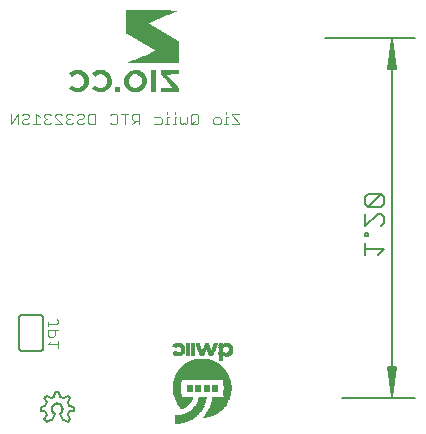
<source format=gbr>
G04 EAGLE Gerber RS-274X export*
G75*
%MOMM*%
%FSLAX34Y34*%
%LPD*%
%AMOC8*
5,1,8,0,0,1.08239X$1,22.5*%
G01*
%ADD10C,0.101600*%
%ADD11C,0.130000*%
%ADD12C,0.152400*%
%ADD13R,0.120000X0.020000*%
%ADD14R,0.340000X0.020000*%
%ADD15R,0.320000X0.020000*%
%ADD16R,0.140000X0.020000*%
%ADD17R,0.280000X0.020000*%
%ADD18R,0.360000X0.020000*%
%ADD19R,0.420000X0.020000*%
%ADD20R,0.380000X0.020000*%
%ADD21R,0.480000X0.020000*%
%ADD22R,0.540000X0.020000*%
%ADD23R,0.560000X0.020000*%
%ADD24R,0.400000X0.020000*%
%ADD25R,0.640000X0.020000*%
%ADD26R,0.620000X0.020000*%
%ADD27R,0.700000X0.020000*%
%ADD28R,0.660000X0.020000*%
%ADD29R,0.740000X0.020000*%
%ADD30R,1.080000X0.020000*%
%ADD31R,0.800000X0.020000*%
%ADD32R,1.100000X0.020000*%
%ADD33R,0.440000X0.020000*%
%ADD34R,0.840000X0.020000*%
%ADD35R,1.120000X0.020000*%
%ADD36R,0.460000X0.020000*%
%ADD37R,0.860000X0.020000*%
%ADD38R,0.900000X0.020000*%
%ADD39R,1.140000X0.020000*%
%ADD40R,0.920000X0.020000*%
%ADD41R,1.160000X0.020000*%
%ADD42R,0.960000X0.020000*%
%ADD43R,0.500000X0.020000*%
%ADD44R,0.520000X0.020000*%
%ADD45R,0.940000X0.020000*%
%ADD46R,0.260000X0.020000*%
%ADD47R,0.180000X0.020000*%
%ADD48R,0.580000X0.020000*%
%ADD49R,0.060000X0.020000*%
%ADD50R,0.600000X0.020000*%
%ADD51R,0.300000X0.020000*%
%ADD52R,0.040000X0.020000*%
%ADD53R,0.100000X0.020000*%
%ADD54R,0.160000X0.020000*%
%ADD55R,0.220000X0.020000*%
%ADD56R,0.980000X0.020000*%
%ADD57R,0.880000X0.020000*%
%ADD58R,0.760000X0.020000*%
%ADD59R,1.060000X0.020000*%
%ADD60R,0.720000X0.020000*%
%ADD61R,0.820000X0.020000*%
%ADD62R,1.180000X0.020000*%
%ADD63R,1.340000X0.020000*%
%ADD64R,1.460000X0.020000*%
%ADD65R,1.600000X0.020000*%
%ADD66R,1.700000X0.020000*%
%ADD67R,1.820000X0.020000*%
%ADD68R,1.900000X0.020000*%
%ADD69R,1.980000X0.020000*%
%ADD70R,2.100000X0.020000*%
%ADD71R,2.160000X0.020000*%
%ADD72R,2.260000X0.020000*%
%ADD73R,2.340000X0.020000*%
%ADD74R,2.400000X0.020000*%
%ADD75R,2.480000X0.020000*%
%ADD76R,2.540000X0.020000*%
%ADD77R,2.600000X0.020000*%
%ADD78R,2.680000X0.020000*%
%ADD79R,2.720000X0.020000*%
%ADD80R,2.800000X0.020000*%
%ADD81R,2.840000X0.020000*%
%ADD82R,2.900000X0.020000*%
%ADD83R,2.960000X0.020000*%
%ADD84R,3.000000X0.020000*%
%ADD85R,3.060000X0.020000*%
%ADD86R,3.120000X0.020000*%
%ADD87R,3.160000X0.020000*%
%ADD88R,3.200000X0.020000*%
%ADD89R,3.260000X0.020000*%
%ADD90R,3.300000X0.020000*%
%ADD91R,3.340000X0.020000*%
%ADD92R,3.380000X0.020000*%
%ADD93R,3.420000X0.020000*%
%ADD94R,3.460000X0.020000*%
%ADD95R,3.520000X0.020000*%
%ADD96R,3.540000X0.020000*%
%ADD97R,3.580000X0.020000*%
%ADD98R,3.620000X0.020000*%
%ADD99R,3.660000X0.020000*%
%ADD100R,3.700000X0.020000*%
%ADD101R,3.740000X0.020000*%
%ADD102R,3.780000X0.020000*%
%ADD103R,3.800000X0.020000*%
%ADD104R,3.840000X0.020000*%
%ADD105R,3.860000X0.020000*%
%ADD106R,3.900000X0.020000*%
%ADD107R,3.940000X0.020000*%
%ADD108R,3.960000X0.020000*%
%ADD109R,3.980000X0.020000*%
%ADD110R,4.020000X0.020000*%
%ADD111R,4.060000X0.020000*%
%ADD112R,4.080000X0.020000*%
%ADD113R,4.100000X0.020000*%
%ADD114R,4.120000X0.020000*%
%ADD115R,4.160000X0.020000*%
%ADD116R,4.180000X0.020000*%
%ADD117R,4.200000X0.020000*%
%ADD118R,4.240000X0.020000*%
%ADD119R,4.260000X0.020000*%
%ADD120R,4.280000X0.020000*%
%ADD121R,4.300000X0.020000*%
%ADD122R,4.320000X0.020000*%
%ADD123R,4.340000X0.020000*%
%ADD124R,4.380000X0.020000*%
%ADD125R,4.400000X0.020000*%
%ADD126R,4.440000X0.020000*%
%ADD127R,4.460000X0.020000*%
%ADD128R,4.500000X0.020000*%
%ADD129R,4.520000X0.020000*%
%ADD130R,4.540000X0.020000*%
%ADD131R,4.560000X0.020000*%
%ADD132R,4.580000X0.020000*%
%ADD133R,4.600000X0.020000*%
%ADD134R,4.620000X0.020000*%
%ADD135R,4.640000X0.020000*%
%ADD136R,4.660000X0.020000*%
%ADD137R,4.680000X0.020000*%
%ADD138R,4.700000X0.020000*%
%ADD139R,4.720000X0.020000*%
%ADD140R,4.740000X0.020000*%
%ADD141R,0.680000X0.020000*%
%ADD142R,1.480000X0.020000*%
%ADD143R,1.580000X0.020000*%
%ADD144R,1.560000X0.020000*%
%ADD145R,1.540000X0.020000*%
%ADD146R,1.520000X0.020000*%
%ADD147R,1.500000X0.020000*%
%ADD148R,1.440000X0.020000*%
%ADD149R,1.400000X0.020000*%
%ADD150R,1.420000X0.020000*%
%ADD151R,1.380000X0.020000*%
%ADD152R,1.360000X0.020000*%
%ADD153R,1.320000X0.020000*%
%ADD154R,1.300000X0.020000*%
%ADD155R,1.260000X0.020000*%
%ADD156R,1.220000X0.020000*%
%ADD157R,1.200000X0.020000*%
%ADD158R,1.040000X0.020000*%
%ADD159R,1.020000X0.020000*%
%ADD160R,1.000000X0.020000*%
%ADD161R,1.280000X0.020000*%
%ADD162R,0.780000X0.020000*%
%ADD163R,1.240000X0.020000*%
%ADD164R,0.020000X0.020000*%
%ADD165R,1.840000X0.020000*%
%ADD166R,1.800000X0.020000*%
%ADD167R,1.780000X0.020000*%
%ADD168R,1.760000X0.020000*%
%ADD169R,1.740000X0.020000*%
%ADD170R,1.680000X0.020000*%
%ADD171R,1.660000X0.020000*%
%ADD172R,1.620000X0.020000*%

G36*
X185279Y313751D02*
X185279Y313751D01*
X185278Y313752D01*
X185279Y313753D01*
X185279Y332463D01*
X185274Y332468D01*
X185274Y332473D01*
X185038Y332627D01*
X185037Y332627D01*
X183603Y333466D01*
X182170Y334302D01*
X180734Y335138D01*
X179298Y335972D01*
X177861Y336806D01*
X176425Y337640D01*
X174990Y338474D01*
X173552Y339308D01*
X172117Y340142D01*
X170703Y340963D01*
X169289Y341784D01*
X167878Y342607D01*
X165054Y344253D01*
X163644Y345079D01*
X162234Y345908D01*
X160828Y346738D01*
X159452Y347575D01*
X160986Y348260D01*
X162549Y348931D01*
X164116Y349599D01*
X165684Y350265D01*
X167251Y350928D01*
X168820Y351590D01*
X170389Y352252D01*
X171960Y352911D01*
X173566Y353586D01*
X175171Y354260D01*
X176777Y354935D01*
X178383Y355612D01*
X179988Y356287D01*
X181594Y356963D01*
X183198Y357642D01*
X184802Y358324D01*
X184804Y358329D01*
X184809Y358333D01*
X184807Y358335D01*
X184809Y358338D01*
X184802Y358341D01*
X184798Y358347D01*
X183152Y358455D01*
X183151Y358455D01*
X182817Y358459D01*
X182814Y358459D01*
X181708Y358470D01*
X181708Y358471D01*
X181705Y358471D01*
X181452Y358473D01*
X180029Y358482D01*
X180024Y358482D01*
X179753Y358484D01*
X178054Y358492D01*
X176733Y358494D01*
X176718Y358494D01*
X176355Y358495D01*
X174656Y358499D01*
X172957Y358501D01*
X171257Y358502D01*
X169558Y358504D01*
X167859Y358504D01*
X166160Y358506D01*
X162762Y358506D01*
X162643Y358506D01*
X162614Y358506D01*
X161043Y358508D01*
X155886Y358508D01*
X154167Y358510D01*
X150728Y358510D01*
X149009Y358512D01*
X143852Y358512D01*
X142133Y358513D01*
X142133Y358514D01*
X140414Y358514D01*
X140402Y358503D01*
X140403Y358502D01*
X140402Y358502D01*
X140402Y339714D01*
X140407Y339709D01*
X140408Y339704D01*
X141847Y338870D01*
X144729Y337198D01*
X146169Y336363D01*
X147610Y335529D01*
X149049Y334693D01*
X150490Y333857D01*
X151931Y333021D01*
X153371Y332186D01*
X154813Y331350D01*
X156256Y330512D01*
X157697Y329675D01*
X159139Y328835D01*
X160581Y327996D01*
X162023Y327157D01*
X163462Y326313D01*
X164901Y325470D01*
X166313Y324628D01*
X164672Y323913D01*
X163002Y323204D01*
X161333Y322498D01*
X159663Y321794D01*
X157991Y321090D01*
X156318Y320388D01*
X154647Y319685D01*
X153037Y319010D01*
X151426Y318334D01*
X149815Y317659D01*
X148206Y316984D01*
X146594Y316308D01*
X144983Y315633D01*
X141764Y314279D01*
X140567Y313773D01*
X140564Y313767D01*
X140559Y313763D01*
X140561Y313761D01*
X140560Y313759D01*
X140566Y313755D01*
X140571Y313750D01*
X145728Y313750D01*
X147446Y313748D01*
X154322Y313748D01*
X156041Y313746D01*
X162919Y313746D01*
X164638Y313744D01*
X171515Y313744D01*
X173234Y313743D01*
X180110Y313743D01*
X181829Y313741D01*
X185267Y313741D01*
X185279Y313751D01*
G37*
G36*
X149408Y289405D02*
X149408Y289405D01*
X149950Y289418D01*
X149951Y289418D01*
X151215Y289595D01*
X151215Y289596D01*
X151216Y289596D01*
X151217Y289596D01*
X152907Y290199D01*
X152908Y290201D01*
X152909Y290200D01*
X154456Y291113D01*
X154457Y291114D01*
X154458Y291114D01*
X155808Y292297D01*
X155808Y292299D01*
X155809Y292299D01*
X156894Y293678D01*
X156893Y293679D01*
X156895Y293680D01*
X157694Y295240D01*
X157694Y295241D01*
X157695Y295242D01*
X158159Y296934D01*
X158159Y296935D01*
X158160Y296936D01*
X158304Y298682D01*
X158303Y298683D01*
X158304Y298684D01*
X158169Y300476D01*
X158168Y300478D01*
X158168Y300479D01*
X157686Y302211D01*
X157684Y302212D01*
X157685Y302213D01*
X156880Y303800D01*
X156879Y303801D01*
X156879Y303802D01*
X155783Y305205D01*
X155782Y305205D01*
X155782Y305206D01*
X154443Y306382D01*
X154442Y306382D01*
X154442Y306384D01*
X152913Y307294D01*
X152911Y307294D01*
X152911Y307295D01*
X151239Y307912D01*
X151238Y307911D01*
X151237Y307912D01*
X149838Y308137D01*
X149837Y308137D01*
X149409Y308159D01*
X149034Y308178D01*
X148557Y308202D01*
X148421Y308209D01*
X148420Y308208D01*
X148420Y308209D01*
X147006Y308128D01*
X147005Y308127D01*
X147004Y308128D01*
X145239Y307674D01*
X145238Y307673D01*
X145237Y307674D01*
X143573Y306929D01*
X143572Y306928D01*
X143571Y306928D01*
X142062Y305908D01*
X142062Y305906D01*
X142060Y305906D01*
X141077Y304895D01*
X141077Y304894D01*
X141075Y304894D01*
X140262Y303741D01*
X140262Y303740D01*
X140261Y303740D01*
X139606Y302489D01*
X139606Y302488D01*
X139605Y302488D01*
X139134Y301158D01*
X139134Y301156D01*
X139133Y301156D01*
X138917Y299594D01*
X138918Y299593D01*
X138917Y299592D01*
X138917Y298012D01*
X138918Y298011D01*
X138917Y298010D01*
X139135Y296449D01*
X139136Y296448D01*
X139135Y296446D01*
X139697Y294875D01*
X139698Y294875D01*
X139698Y294874D01*
X140519Y293420D01*
X140520Y293419D01*
X140520Y293418D01*
X141582Y292132D01*
X141584Y292132D01*
X141584Y292131D01*
X142859Y291055D01*
X142860Y291055D01*
X142860Y291054D01*
X144303Y290218D01*
X144305Y290219D01*
X144305Y290218D01*
X145700Y289682D01*
X145702Y289682D01*
X145703Y289681D01*
X147177Y289432D01*
X147178Y289433D01*
X147178Y289432D01*
X148672Y289388D01*
X148673Y289389D01*
X148673Y289388D01*
X149408Y289405D01*
G37*
G36*
X185383Y289600D02*
X185383Y289600D01*
X185383Y289601D01*
X185381Y291143D01*
X185378Y292685D01*
X185374Y292689D01*
X185375Y292693D01*
X184376Y293854D01*
X183378Y295013D01*
X181381Y297336D01*
X180382Y298495D01*
X179384Y299657D01*
X178383Y300818D01*
X177385Y301977D01*
X176386Y303139D01*
X175405Y304279D01*
X176992Y304288D01*
X180218Y304306D01*
X181831Y304315D01*
X183444Y304324D01*
X185059Y304333D01*
X185071Y304344D01*
X185070Y304345D01*
X185071Y304345D01*
X185071Y307899D01*
X185060Y307910D01*
X185059Y307910D01*
X185059Y307911D01*
X170106Y307911D01*
X170095Y307900D01*
X170095Y307899D01*
X170094Y307899D01*
X170094Y304866D01*
X170098Y304863D01*
X170097Y304859D01*
X171099Y303692D01*
X172102Y302527D01*
X173104Y301360D01*
X174106Y300195D01*
X175108Y299030D01*
X176110Y297864D01*
X177113Y296699D01*
X178115Y295532D01*
X179117Y294367D01*
X180102Y293220D01*
X179894Y293219D01*
X179889Y293219D01*
X178458Y293211D01*
X177714Y293207D01*
X177709Y293207D01*
X176787Y293202D01*
X175533Y293195D01*
X175528Y293195D01*
X175117Y293192D01*
X173448Y293183D01*
X173356Y293183D01*
X173350Y293183D01*
X171776Y293174D01*
X171020Y293171D01*
X171013Y293171D01*
X170106Y293167D01*
X170094Y293156D01*
X170095Y293156D01*
X170094Y293155D01*
X170094Y289601D01*
X170105Y289590D01*
X170106Y289590D01*
X185371Y289590D01*
X185383Y289600D01*
G37*
G36*
X119945Y289389D02*
X119945Y289389D01*
X119946Y289388D01*
X121654Y289584D01*
X121655Y289586D01*
X121656Y289585D01*
X123225Y290139D01*
X123226Y290140D01*
X123227Y290140D01*
X124678Y290955D01*
X124678Y290957D01*
X124679Y290957D01*
X125950Y292028D01*
X125951Y292030D01*
X125952Y292030D01*
X127002Y293319D01*
X127002Y293321D01*
X127003Y293321D01*
X127806Y294779D01*
X127805Y294780D01*
X127807Y294780D01*
X128362Y296349D01*
X128362Y296351D01*
X128363Y296352D01*
X128535Y297568D01*
X128534Y297569D01*
X128535Y297569D01*
X128550Y298802D01*
X128549Y298802D01*
X128550Y298802D01*
X128520Y300139D01*
X128519Y300140D01*
X128520Y300141D01*
X128262Y301449D01*
X128261Y301450D01*
X128262Y301451D01*
X127695Y302923D01*
X127694Y302924D01*
X127694Y302925D01*
X126904Y304291D01*
X126903Y304291D01*
X126903Y304293D01*
X125892Y305503D01*
X125890Y305503D01*
X125890Y305505D01*
X124683Y306518D01*
X124682Y306518D01*
X124681Y306519D01*
X123315Y307306D01*
X123314Y307305D01*
X123313Y307306D01*
X121838Y307866D01*
X121836Y307865D01*
X121836Y307866D01*
X120276Y308154D01*
X120275Y308153D01*
X120274Y308154D01*
X120265Y308154D01*
X119952Y308166D01*
X119639Y308178D01*
X119326Y308190D01*
X119325Y308190D01*
X119013Y308202D01*
X119012Y308202D01*
X118699Y308214D01*
X118690Y308214D01*
X118689Y308214D01*
X117109Y308073D01*
X117108Y308073D01*
X117107Y308073D01*
X115759Y307777D01*
X115758Y307776D01*
X114466Y307288D01*
X114466Y307287D01*
X114465Y307287D01*
X113274Y306589D01*
X113274Y306587D01*
X113273Y306588D01*
X112183Y305739D01*
X112182Y305739D01*
X111824Y305432D01*
X111823Y305423D01*
X111822Y305422D01*
X111822Y305421D01*
X111822Y305416D01*
X111823Y305416D01*
X111823Y305415D01*
X112465Y304676D01*
X113105Y303939D01*
X114388Y302461D01*
X114395Y302460D01*
X114397Y302460D01*
X114404Y302459D01*
X114405Y302459D01*
X115154Y303022D01*
X116568Y303895D01*
X118143Y304417D01*
X119800Y304445D01*
X121380Y303947D01*
X122659Y303049D01*
X123608Y301808D01*
X124186Y300354D01*
X124385Y298800D01*
X124206Y297245D01*
X123646Y295783D01*
X122721Y294522D01*
X121655Y293688D01*
X120393Y293203D01*
X119043Y293064D01*
X117575Y293212D01*
X116199Y293736D01*
X114984Y294578D01*
X114312Y295132D01*
X114296Y295131D01*
X113001Y293825D01*
X112354Y293174D01*
X111706Y292521D01*
X111706Y292518D01*
X111706Y292517D01*
X111705Y292506D01*
X111707Y292506D01*
X111707Y292504D01*
X112385Y291879D01*
X112386Y291879D01*
X112386Y291878D01*
X113622Y290880D01*
X113623Y290880D01*
X113623Y290879D01*
X115002Y290094D01*
X115004Y290094D01*
X115004Y290093D01*
X116508Y289585D01*
X116509Y289585D01*
X116510Y289584D01*
X118220Y289392D01*
X118221Y289393D01*
X118221Y289392D01*
X119944Y289388D01*
X119945Y289389D01*
G37*
G36*
X100680Y289387D02*
X100680Y289387D01*
X100681Y289387D01*
X102429Y289588D01*
X102431Y289589D01*
X102432Y289588D01*
X104001Y290157D01*
X104002Y290159D01*
X104003Y290158D01*
X105441Y291005D01*
X105441Y291006D01*
X105442Y291006D01*
X106702Y292100D01*
X106703Y292101D01*
X106704Y292101D01*
X107744Y293405D01*
X107744Y293407D01*
X107746Y293407D01*
X108539Y294876D01*
X108539Y294877D01*
X108540Y294877D01*
X109063Y296463D01*
X109063Y296464D01*
X109064Y296465D01*
X109067Y296488D01*
X109074Y296536D01*
X109079Y296571D01*
X109081Y296583D01*
X109086Y296619D01*
X109088Y296631D01*
X109093Y296667D01*
X109100Y296715D01*
X109107Y296762D01*
X109108Y296762D01*
X109107Y296762D01*
X109115Y296810D01*
X109120Y296846D01*
X109122Y296858D01*
X109127Y296894D01*
X109129Y296906D01*
X109134Y296941D01*
X109141Y296989D01*
X109148Y297037D01*
X109155Y297085D01*
X109160Y297120D01*
X109160Y297121D01*
X109162Y297132D01*
X109167Y297168D01*
X109169Y297180D01*
X109174Y297216D01*
X109181Y297264D01*
X109188Y297311D01*
X109188Y297312D01*
X109195Y297359D01*
X109201Y297395D01*
X109202Y297407D01*
X109208Y297443D01*
X109209Y297455D01*
X109215Y297491D01*
X109222Y297538D01*
X109229Y297586D01*
X109236Y297634D01*
X109241Y297670D01*
X109243Y297682D01*
X109248Y297717D01*
X109250Y297729D01*
X109255Y297765D01*
X109262Y297813D01*
X109269Y297861D01*
X109276Y297908D01*
X109282Y297944D01*
X109283Y297956D01*
X109289Y297992D01*
X109290Y298004D01*
X109296Y298040D01*
X109303Y298087D01*
X109307Y298116D01*
X109306Y298118D01*
X109307Y298119D01*
X109263Y299786D01*
X109262Y299787D01*
X109263Y299788D01*
X108961Y301387D01*
X108960Y301388D01*
X108961Y301389D01*
X108401Y302916D01*
X108400Y302916D01*
X108400Y302918D01*
X107585Y304324D01*
X107583Y304324D01*
X107583Y304326D01*
X106528Y305562D01*
X106527Y305562D01*
X106527Y305563D01*
X105268Y306593D01*
X105267Y306593D01*
X105267Y306594D01*
X103847Y307388D01*
X103846Y307388D01*
X103846Y307389D01*
X102315Y307939D01*
X102313Y307938D01*
X102312Y307940D01*
X100546Y308168D01*
X100545Y308168D01*
X100544Y308168D01*
X99178Y308164D01*
X99167Y308164D01*
X98759Y308163D01*
X98759Y308162D01*
X98758Y308163D01*
X96991Y307934D01*
X96990Y307933D01*
X96989Y307934D01*
X95453Y307407D01*
X95452Y307406D01*
X95451Y307406D01*
X94021Y306642D01*
X94020Y306640D01*
X94019Y306641D01*
X93278Y306065D01*
X93278Y306064D01*
X93277Y306064D01*
X92624Y305400D01*
X92624Y305384D01*
X93415Y304395D01*
X93416Y304394D01*
X94253Y303439D01*
X94254Y303439D01*
X95135Y302528D01*
X95149Y302527D01*
X95151Y302527D01*
X95933Y303079D01*
X97104Y303839D01*
X98407Y304328D01*
X99794Y304465D01*
X101249Y304271D01*
X102588Y303680D01*
X103688Y302715D01*
X104478Y301480D01*
X104945Y300144D01*
X105062Y298733D01*
X104872Y297145D01*
X104281Y295661D01*
X103292Y294407D01*
X101973Y293509D01*
X101017Y293154D01*
X99996Y293079D01*
X98438Y293161D01*
X96978Y293692D01*
X95693Y294574D01*
X94974Y295138D01*
X94958Y295137D01*
X93740Y293913D01*
X92520Y292578D01*
X92520Y292562D01*
X93363Y291653D01*
X93364Y291652D01*
X94324Y290861D01*
X94326Y290862D01*
X94326Y290860D01*
X95698Y290116D01*
X95699Y290116D01*
X95699Y290115D01*
X97168Y289592D01*
X97170Y289593D01*
X97171Y289591D01*
X98917Y289388D01*
X98918Y289389D01*
X98918Y289388D01*
X100680Y289387D01*
X100680Y289387D01*
G37*
%LPC*%
G36*
X147214Y293176D02*
X147214Y293176D01*
X145866Y293719D01*
X144724Y294621D01*
X143852Y295787D01*
X143299Y297132D01*
X143145Y298702D01*
X143286Y300193D01*
X143804Y301593D01*
X144697Y302792D01*
X145937Y303770D01*
X147405Y304350D01*
X148978Y304490D01*
X149406Y304407D01*
X150527Y304184D01*
X152010Y303339D01*
X153145Y302058D01*
X153855Y300500D01*
X154096Y298806D01*
X153855Y297052D01*
X153118Y295444D01*
X151910Y294152D01*
X150353Y293311D01*
X149406Y293161D01*
X148793Y293066D01*
X147214Y293176D01*
G37*
%LPD*%
G36*
X166146Y289600D02*
X166146Y289600D01*
X166145Y289601D01*
X166146Y289601D01*
X166146Y307899D01*
X166136Y307910D01*
X166135Y307910D01*
X166134Y307911D01*
X162056Y307911D01*
X162044Y307900D01*
X162045Y307899D01*
X162044Y307899D01*
X162044Y289601D01*
X162054Y289590D01*
X162055Y289590D01*
X162056Y289590D01*
X166134Y289590D01*
X166146Y289600D01*
G37*
G36*
X135825Y289600D02*
X135825Y289600D01*
X135824Y289601D01*
X135825Y289601D01*
X135825Y293784D01*
X135814Y293796D01*
X135813Y293795D01*
X135813Y293796D01*
X131630Y293796D01*
X131618Y293785D01*
X131619Y293785D01*
X131618Y293784D01*
X131618Y289601D01*
X131629Y289590D01*
X131630Y289590D01*
X135813Y289590D01*
X135825Y289600D01*
G37*
D10*
X236220Y271280D02*
X230119Y271280D01*
X230119Y269755D01*
X236220Y263653D01*
X236220Y262128D01*
X230119Y262128D01*
X226865Y268229D02*
X225340Y268229D01*
X225340Y262128D01*
X226865Y262128D02*
X223814Y262128D01*
X225340Y271280D02*
X225340Y272805D01*
X219103Y262128D02*
X216052Y262128D01*
X214527Y263653D01*
X214527Y266704D01*
X216052Y268229D01*
X219103Y268229D01*
X220628Y266704D01*
X220628Y263653D01*
X219103Y262128D01*
X201918Y263653D02*
X201918Y269755D01*
X200392Y271280D01*
X197342Y271280D01*
X195816Y269755D01*
X195816Y263653D01*
X197342Y262128D01*
X200392Y262128D01*
X201918Y263653D01*
X198867Y265179D02*
X195816Y262128D01*
X192562Y263653D02*
X192562Y268229D01*
X192562Y263653D02*
X191037Y262128D01*
X189512Y263653D01*
X187987Y262128D01*
X186461Y263653D01*
X186461Y268229D01*
X183207Y268229D02*
X181682Y268229D01*
X181682Y262128D01*
X183207Y262128D02*
X180157Y262128D01*
X181682Y271280D02*
X181682Y272805D01*
X176971Y268229D02*
X175445Y268229D01*
X175445Y262128D01*
X173920Y262128D02*
X176971Y262128D01*
X175445Y271280D02*
X175445Y272805D01*
X169208Y268229D02*
X164633Y268229D01*
X169208Y268229D02*
X170734Y266704D01*
X170734Y263653D01*
X169208Y262128D01*
X164633Y262128D01*
X152023Y262128D02*
X152023Y271280D01*
X147447Y271280D01*
X145922Y269755D01*
X145922Y266704D01*
X147447Y265179D01*
X152023Y265179D01*
X148973Y265179D02*
X145922Y262128D01*
X139618Y262128D02*
X139618Y271280D01*
X142668Y271280D02*
X136567Y271280D01*
X128737Y271280D02*
X127212Y269755D01*
X128737Y271280D02*
X131788Y271280D01*
X133313Y269755D01*
X133313Y263653D01*
X131788Y262128D01*
X128737Y262128D01*
X127212Y263653D01*
X114603Y262128D02*
X114603Y271280D01*
X114603Y262128D02*
X110027Y262128D01*
X108501Y263653D01*
X108501Y269755D01*
X110027Y271280D01*
X114603Y271280D01*
X100672Y271280D02*
X99146Y269755D01*
X100672Y271280D02*
X103722Y271280D01*
X105247Y269755D01*
X105247Y268229D01*
X103722Y266704D01*
X100672Y266704D01*
X99146Y265179D01*
X99146Y263653D01*
X100672Y262128D01*
X103722Y262128D01*
X105247Y263653D01*
X95892Y269755D02*
X94367Y271280D01*
X91316Y271280D01*
X89791Y269755D01*
X89791Y268229D01*
X91316Y266704D01*
X92842Y266704D01*
X91316Y266704D02*
X89791Y265179D01*
X89791Y263653D01*
X91316Y262128D01*
X94367Y262128D01*
X95892Y263653D01*
X86537Y262128D02*
X80436Y262128D01*
X86537Y262128D02*
X80436Y268229D01*
X80436Y269755D01*
X81961Y271280D01*
X85012Y271280D01*
X86537Y269755D01*
X77182Y269755D02*
X75657Y271280D01*
X72606Y271280D01*
X71081Y269755D01*
X71081Y268229D01*
X72606Y266704D01*
X74131Y266704D01*
X72606Y266704D02*
X71081Y265179D01*
X71081Y263653D01*
X72606Y262128D01*
X75657Y262128D01*
X77182Y263653D01*
X67827Y268229D02*
X64776Y271280D01*
X64776Y262128D01*
X67827Y262128D02*
X61725Y262128D01*
X53896Y271280D02*
X52370Y269755D01*
X53896Y271280D02*
X56946Y271280D01*
X58471Y269755D01*
X58471Y268229D01*
X56946Y266704D01*
X53896Y266704D01*
X52370Y265179D01*
X52370Y263653D01*
X53896Y262128D01*
X56946Y262128D01*
X58471Y263653D01*
X49116Y262128D02*
X49116Y271280D01*
X43015Y262128D01*
X43015Y271280D01*
X81787Y97536D02*
X83312Y96011D01*
X83312Y94485D01*
X81787Y92960D01*
X74160Y92960D01*
X74160Y94485D02*
X74160Y91435D01*
X74160Y88181D02*
X83312Y88181D01*
X74160Y88181D02*
X74160Y83605D01*
X75686Y82080D01*
X78736Y82080D01*
X80261Y83605D01*
X80261Y88181D01*
X77211Y78826D02*
X74160Y75775D01*
X83312Y75775D01*
X83312Y78826D02*
X83312Y72724D01*
D11*
X308864Y335280D02*
X385260Y335280D01*
X385260Y30480D02*
X323088Y30480D01*
X365760Y31130D02*
X365760Y334630D01*
X362568Y309280D01*
X368952Y309280D01*
X365760Y334630D01*
X364460Y309280D01*
X367060Y309280D02*
X365760Y334630D01*
X363160Y309280D01*
X368360Y309280D02*
X365760Y334630D01*
X362568Y56480D02*
X365760Y31130D01*
X362568Y56480D02*
X368952Y56480D01*
X365760Y31130D01*
X364460Y56480D01*
X367060Y56480D02*
X365760Y31130D01*
X363160Y56480D01*
X368360Y56480D02*
X365760Y31130D01*
D12*
X353844Y151155D02*
X359267Y156579D01*
X342997Y156579D01*
X342997Y162002D02*
X342997Y151155D01*
X342997Y167527D02*
X345709Y167527D01*
X345709Y170239D01*
X342997Y170239D01*
X342997Y167527D01*
X342997Y175713D02*
X342997Y186559D01*
X342997Y175713D02*
X353844Y186559D01*
X356555Y186559D01*
X359267Y183848D01*
X359267Y178424D01*
X356555Y175713D01*
X356555Y192084D02*
X345709Y192084D01*
X356555Y192084D02*
X359267Y194796D01*
X359267Y200219D01*
X356555Y202931D01*
X345709Y202931D01*
X342997Y200219D01*
X342997Y194796D01*
X345709Y192084D01*
X356555Y202931D01*
X50090Y98314D02*
X50090Y72914D01*
X70410Y98314D02*
X70408Y98414D01*
X70402Y98513D01*
X70392Y98613D01*
X70379Y98711D01*
X70361Y98810D01*
X70340Y98907D01*
X70315Y99003D01*
X70286Y99099D01*
X70253Y99193D01*
X70217Y99286D01*
X70177Y99377D01*
X70133Y99467D01*
X70086Y99555D01*
X70036Y99641D01*
X69982Y99725D01*
X69925Y99807D01*
X69865Y99886D01*
X69801Y99964D01*
X69735Y100038D01*
X69666Y100110D01*
X69594Y100179D01*
X69520Y100245D01*
X69442Y100309D01*
X69363Y100369D01*
X69281Y100426D01*
X69197Y100480D01*
X69111Y100530D01*
X69023Y100577D01*
X68933Y100621D01*
X68842Y100661D01*
X68749Y100697D01*
X68655Y100730D01*
X68559Y100759D01*
X68463Y100784D01*
X68366Y100805D01*
X68267Y100823D01*
X68169Y100836D01*
X68069Y100846D01*
X67970Y100852D01*
X67870Y100854D01*
X70410Y72914D02*
X70408Y72814D01*
X70402Y72715D01*
X70392Y72615D01*
X70379Y72517D01*
X70361Y72418D01*
X70340Y72321D01*
X70315Y72225D01*
X70286Y72129D01*
X70253Y72035D01*
X70217Y71942D01*
X70177Y71851D01*
X70133Y71761D01*
X70086Y71673D01*
X70036Y71587D01*
X69982Y71503D01*
X69925Y71421D01*
X69865Y71342D01*
X69801Y71264D01*
X69735Y71190D01*
X69666Y71118D01*
X69594Y71049D01*
X69520Y70983D01*
X69442Y70919D01*
X69363Y70859D01*
X69281Y70802D01*
X69197Y70748D01*
X69111Y70698D01*
X69023Y70651D01*
X68933Y70607D01*
X68842Y70567D01*
X68749Y70531D01*
X68655Y70498D01*
X68559Y70469D01*
X68463Y70444D01*
X68366Y70423D01*
X68267Y70405D01*
X68169Y70392D01*
X68069Y70382D01*
X67970Y70376D01*
X67870Y70374D01*
X52630Y70374D02*
X52530Y70376D01*
X52431Y70382D01*
X52331Y70392D01*
X52233Y70405D01*
X52134Y70423D01*
X52037Y70444D01*
X51941Y70469D01*
X51845Y70498D01*
X51751Y70531D01*
X51658Y70567D01*
X51567Y70607D01*
X51477Y70651D01*
X51389Y70698D01*
X51303Y70748D01*
X51219Y70802D01*
X51137Y70859D01*
X51058Y70919D01*
X50980Y70983D01*
X50906Y71049D01*
X50834Y71118D01*
X50765Y71190D01*
X50699Y71264D01*
X50635Y71342D01*
X50575Y71421D01*
X50518Y71503D01*
X50464Y71587D01*
X50414Y71673D01*
X50367Y71761D01*
X50323Y71851D01*
X50283Y71942D01*
X50247Y72035D01*
X50214Y72129D01*
X50185Y72225D01*
X50160Y72321D01*
X50139Y72418D01*
X50121Y72517D01*
X50108Y72615D01*
X50098Y72715D01*
X50092Y72814D01*
X50090Y72914D01*
X50090Y98314D02*
X50092Y98414D01*
X50098Y98513D01*
X50108Y98613D01*
X50121Y98711D01*
X50139Y98810D01*
X50160Y98907D01*
X50185Y99003D01*
X50214Y99099D01*
X50247Y99193D01*
X50283Y99286D01*
X50323Y99377D01*
X50367Y99467D01*
X50414Y99555D01*
X50464Y99641D01*
X50518Y99725D01*
X50575Y99807D01*
X50635Y99886D01*
X50699Y99964D01*
X50765Y100038D01*
X50834Y100110D01*
X50906Y100179D01*
X50980Y100245D01*
X51058Y100309D01*
X51137Y100369D01*
X51219Y100426D01*
X51303Y100480D01*
X51389Y100530D01*
X51477Y100577D01*
X51567Y100621D01*
X51658Y100661D01*
X51751Y100697D01*
X51845Y100730D01*
X51941Y100759D01*
X52037Y100784D01*
X52134Y100805D01*
X52233Y100823D01*
X52331Y100836D01*
X52431Y100846D01*
X52530Y100852D01*
X52630Y100854D01*
X67870Y100854D01*
X67870Y70374D02*
X52630Y70374D01*
X70410Y72914D02*
X70410Y98314D01*
X84328Y17272D02*
X86868Y11430D01*
X88138Y12192D01*
X91186Y10160D01*
X93472Y12446D01*
X91440Y15748D01*
X92710Y19050D01*
X96520Y19812D01*
X96520Y23114D01*
X92710Y23622D01*
X91186Y26924D01*
X93472Y30226D01*
X91186Y32512D01*
X87884Y30226D01*
X84836Y31496D01*
X84074Y35560D01*
X80772Y35560D01*
X80010Y31496D01*
X76962Y30226D01*
X73406Y32512D01*
X71120Y30226D01*
X73406Y26924D01*
X72136Y23876D01*
X68326Y23114D01*
X68326Y19812D01*
X71882Y19050D01*
X73406Y15748D01*
X71120Y12446D01*
X73406Y10160D01*
X76454Y12192D01*
X77978Y11430D01*
X80264Y17272D01*
X80145Y17334D01*
X80027Y17399D01*
X79912Y17468D01*
X79798Y17540D01*
X79687Y17616D01*
X79578Y17695D01*
X79471Y17777D01*
X79367Y17862D01*
X79266Y17950D01*
X79167Y18041D01*
X79071Y18135D01*
X78978Y18232D01*
X78887Y18331D01*
X78800Y18433D01*
X78715Y18538D01*
X78634Y18645D01*
X78556Y18755D01*
X78482Y18867D01*
X78410Y18981D01*
X78342Y19097D01*
X78278Y19215D01*
X78217Y19334D01*
X78159Y19456D01*
X78105Y19579D01*
X78055Y19704D01*
X78009Y19830D01*
X77966Y19958D01*
X77927Y20086D01*
X77892Y20216D01*
X77861Y20347D01*
X77834Y20479D01*
X77810Y20611D01*
X77791Y20744D01*
X77775Y20878D01*
X77764Y21011D01*
X77756Y21146D01*
X77752Y21280D01*
X77753Y21415D01*
X77757Y21549D01*
X77765Y21683D01*
X77778Y21817D01*
X77794Y21951D01*
X77814Y22083D01*
X77838Y22216D01*
X77866Y22347D01*
X77898Y22478D01*
X77934Y22608D01*
X77973Y22736D01*
X78016Y22863D01*
X78063Y22989D01*
X78114Y23114D01*
X78169Y23237D01*
X78227Y23358D01*
X78288Y23477D01*
X78353Y23595D01*
X78422Y23711D01*
X78494Y23824D01*
X78569Y23936D01*
X78648Y24045D01*
X78729Y24152D01*
X78814Y24256D01*
X78902Y24358D01*
X78993Y24457D01*
X79087Y24553D01*
X79184Y24647D01*
X79283Y24737D01*
X79385Y24825D01*
X79489Y24910D01*
X79596Y24991D01*
X79706Y25069D01*
X79817Y25144D01*
X79931Y25216D01*
X80047Y25284D01*
X80165Y25349D01*
X80284Y25410D01*
X80406Y25468D01*
X80529Y25522D01*
X80653Y25573D01*
X80779Y25619D01*
X80907Y25662D01*
X81035Y25702D01*
X81165Y25737D01*
X81296Y25769D01*
X81427Y25796D01*
X81560Y25820D01*
X81693Y25840D01*
X81826Y25856D01*
X81960Y25868D01*
X82094Y25876D01*
X82229Y25880D01*
X82363Y25880D01*
X82498Y25876D01*
X82632Y25868D01*
X82766Y25856D01*
X82899Y25840D01*
X83032Y25820D01*
X83165Y25796D01*
X83296Y25769D01*
X83427Y25737D01*
X83557Y25702D01*
X83685Y25662D01*
X83813Y25619D01*
X83939Y25573D01*
X84063Y25522D01*
X84186Y25468D01*
X84308Y25410D01*
X84427Y25349D01*
X84545Y25284D01*
X84661Y25216D01*
X84775Y25144D01*
X84886Y25069D01*
X84996Y24991D01*
X85103Y24910D01*
X85207Y24825D01*
X85309Y24737D01*
X85408Y24647D01*
X85505Y24553D01*
X85599Y24457D01*
X85690Y24358D01*
X85778Y24256D01*
X85863Y24152D01*
X85944Y24045D01*
X86023Y23936D01*
X86098Y23824D01*
X86170Y23711D01*
X86239Y23595D01*
X86304Y23477D01*
X86365Y23358D01*
X86423Y23237D01*
X86478Y23114D01*
X86529Y22989D01*
X86576Y22863D01*
X86619Y22736D01*
X86658Y22608D01*
X86694Y22478D01*
X86726Y22347D01*
X86754Y22216D01*
X86778Y22083D01*
X86798Y21951D01*
X86814Y21817D01*
X86827Y21683D01*
X86835Y21549D01*
X86839Y21415D01*
X86840Y21280D01*
X86836Y21146D01*
X86828Y21011D01*
X86817Y20878D01*
X86801Y20744D01*
X86782Y20611D01*
X86758Y20479D01*
X86731Y20347D01*
X86700Y20216D01*
X86665Y20086D01*
X86626Y19958D01*
X86583Y19830D01*
X86537Y19704D01*
X86487Y19579D01*
X86433Y19456D01*
X86375Y19334D01*
X86314Y19215D01*
X86250Y19097D01*
X86182Y18981D01*
X86110Y18867D01*
X86036Y18755D01*
X85958Y18645D01*
X85877Y18538D01*
X85792Y18433D01*
X85705Y18331D01*
X85614Y18232D01*
X85521Y18135D01*
X85425Y18041D01*
X85326Y17950D01*
X85225Y17862D01*
X85121Y17777D01*
X85014Y17695D01*
X84905Y17616D01*
X84794Y17540D01*
X84680Y17468D01*
X84565Y17399D01*
X84447Y17334D01*
X84328Y17272D01*
D13*
X226240Y76380D03*
D14*
X220940Y76380D03*
X216740Y76380D03*
D15*
X208840Y76380D03*
X201240Y76380D03*
D14*
X197140Y76380D03*
X192940Y76380D03*
D16*
X185140Y76380D03*
D17*
X226240Y76180D03*
D18*
X220840Y76180D03*
X216640Y76180D03*
X208840Y76180D03*
D14*
X201140Y76180D03*
D18*
X197240Y76180D03*
X192840Y76180D03*
D15*
X185040Y76180D03*
D19*
X226340Y75980D03*
D18*
X220840Y75980D03*
X216640Y75980D03*
D20*
X208940Y75980D03*
D18*
X201240Y75980D03*
X197240Y75980D03*
X192840Y75980D03*
D21*
X185040Y75980D03*
X226240Y75780D03*
D18*
X220840Y75780D03*
X216640Y75780D03*
D20*
X208940Y75780D03*
D14*
X201340Y75780D03*
D18*
X197240Y75780D03*
X192840Y75780D03*
D22*
X185140Y75780D03*
D23*
X226240Y75580D03*
D18*
X220840Y75580D03*
X216440Y75580D03*
D24*
X208840Y75580D03*
D14*
X201340Y75580D03*
D18*
X197240Y75580D03*
X192840Y75580D03*
D25*
X185040Y75580D03*
D26*
X226340Y75380D03*
D18*
X220840Y75380D03*
X216440Y75380D03*
D24*
X208840Y75380D03*
D18*
X201440Y75380D03*
X197240Y75380D03*
X192840Y75380D03*
D27*
X185140Y75380D03*
D28*
X226340Y75180D03*
D20*
X220940Y75180D03*
D14*
X216340Y75180D03*
D19*
X208940Y75180D03*
D14*
X201540Y75180D03*
D18*
X197240Y75180D03*
X192840Y75180D03*
D29*
X185140Y75180D03*
D30*
X224440Y74980D03*
D18*
X216240Y74980D03*
D19*
X208940Y74980D03*
D14*
X201540Y74980D03*
D18*
X197240Y74980D03*
X192840Y74980D03*
D31*
X185040Y74980D03*
D32*
X224540Y74780D03*
D18*
X216240Y74780D03*
D33*
X208840Y74780D03*
D14*
X201540Y74780D03*
D18*
X197240Y74780D03*
X192840Y74780D03*
D34*
X185040Y74780D03*
D35*
X224640Y74580D03*
D14*
X216140Y74580D03*
D36*
X208940Y74580D03*
D14*
X201740Y74580D03*
D18*
X197240Y74580D03*
X192840Y74580D03*
D37*
X185140Y74580D03*
D35*
X224640Y74380D03*
D14*
X216140Y74380D03*
D36*
X208940Y74380D03*
D14*
X201740Y74380D03*
D18*
X197240Y74380D03*
X192840Y74380D03*
D38*
X185140Y74380D03*
D39*
X224740Y74180D03*
D18*
X216040Y74180D03*
D21*
X208840Y74180D03*
D15*
X201840Y74180D03*
D18*
X197240Y74180D03*
X192840Y74180D03*
D40*
X185040Y74180D03*
D41*
X224840Y73980D03*
D14*
X215940Y73980D03*
D21*
X208840Y73980D03*
D14*
X201940Y73980D03*
D18*
X197240Y73980D03*
X192840Y73980D03*
D42*
X185040Y73980D03*
D41*
X224840Y73780D03*
D14*
X215940Y73780D03*
D43*
X208940Y73780D03*
D14*
X201940Y73780D03*
D18*
X197240Y73780D03*
X192840Y73780D03*
D42*
X185240Y73780D03*
D41*
X224840Y73580D03*
D18*
X215840Y73580D03*
D44*
X208840Y73580D03*
D14*
X201940Y73580D03*
D18*
X197240Y73580D03*
X192840Y73580D03*
D45*
X185340Y73580D03*
D21*
X228440Y73380D03*
D22*
X221740Y73380D03*
D14*
X215740Y73380D03*
D44*
X208840Y73380D03*
D15*
X202040Y73380D03*
D18*
X197240Y73380D03*
X192840Y73380D03*
D21*
X187840Y73380D03*
D15*
X182640Y73380D03*
D36*
X228740Y73180D03*
D43*
X221540Y73180D03*
D14*
X215740Y73180D03*
D44*
X208840Y73180D03*
D14*
X202140Y73180D03*
D18*
X197240Y73180D03*
X192840Y73180D03*
D33*
X188040Y73180D03*
D46*
X182540Y73180D03*
D19*
X228940Y72980D03*
D36*
X221340Y72980D03*
D18*
X215640Y72980D03*
D22*
X208940Y72980D03*
D15*
X202240Y72980D03*
D18*
X197240Y72980D03*
X192840Y72980D03*
D19*
X188340Y72980D03*
D47*
X182540Y72980D03*
D24*
X229040Y72780D03*
D33*
X221240Y72780D03*
D14*
X215540Y72780D03*
D22*
X208940Y72780D03*
D15*
X202240Y72780D03*
D18*
X197240Y72780D03*
X192840Y72780D03*
D24*
X188440Y72780D03*
D13*
X182640Y72780D03*
D24*
X229040Y72580D03*
D19*
X221140Y72580D03*
D14*
X215540Y72580D03*
D48*
X208940Y72580D03*
D14*
X202340Y72580D03*
D18*
X197240Y72580D03*
X192840Y72580D03*
D20*
X188540Y72580D03*
D49*
X182740Y72580D03*
D20*
X229140Y72380D03*
D24*
X221040Y72380D03*
D15*
X215440Y72380D03*
D48*
X208940Y72380D03*
D15*
X202440Y72380D03*
D18*
X197240Y72380D03*
X192840Y72380D03*
X188640Y72380D03*
D20*
X229340Y72180D03*
D24*
X221040Y72180D03*
D14*
X215340Y72180D03*
D50*
X208840Y72180D03*
D15*
X202440Y72180D03*
D18*
X197240Y72180D03*
X192840Y72180D03*
D20*
X188740Y72180D03*
X229340Y71980D03*
D24*
X221040Y71980D03*
D14*
X215340Y71980D03*
D50*
X208840Y71980D03*
D15*
X202640Y71980D03*
D18*
X197240Y71980D03*
X192840Y71980D03*
D20*
X188740Y71980D03*
X229340Y71780D03*
X220940Y71780D03*
D15*
X215240Y71780D03*
D17*
X210440Y71780D03*
D51*
X207340Y71780D03*
D15*
X202640Y71780D03*
D18*
X197240Y71780D03*
X192840Y71780D03*
X188840Y71780D03*
X229440Y71580D03*
D20*
X220940Y71580D03*
D14*
X215140Y71580D03*
D17*
X210640Y71580D03*
D51*
X207340Y71580D03*
D15*
X202640Y71580D03*
D18*
X197240Y71580D03*
X192840Y71580D03*
X188840Y71580D03*
X229440Y71380D03*
D20*
X220940Y71380D03*
D14*
X215140Y71380D03*
D17*
X210640Y71380D03*
D51*
X207140Y71380D03*
X202740Y71380D03*
D18*
X197240Y71380D03*
X192840Y71380D03*
X188840Y71380D03*
X229440Y71180D03*
X220840Y71180D03*
D15*
X215040Y71180D03*
D51*
X210740Y71180D03*
X207140Y71180D03*
D15*
X202840Y71180D03*
D18*
X197240Y71180D03*
X192840Y71180D03*
X188840Y71180D03*
X229440Y70980D03*
X220840Y70980D03*
D14*
X214940Y70980D03*
D51*
X210740Y70980D03*
X207140Y70980D03*
D15*
X202840Y70980D03*
D18*
X197240Y70980D03*
X192840Y70980D03*
X188840Y70980D03*
X229440Y70780D03*
X220840Y70780D03*
D15*
X214840Y70780D03*
D17*
X210840Y70780D03*
X207040Y70780D03*
D51*
X202940Y70780D03*
D18*
X197240Y70780D03*
X192840Y70780D03*
X188840Y70780D03*
X229440Y70580D03*
X220840Y70580D03*
D15*
X214840Y70580D03*
D17*
X210840Y70580D03*
D51*
X206940Y70580D03*
D15*
X203040Y70580D03*
D18*
X197240Y70580D03*
X192840Y70580D03*
X188840Y70580D03*
X229440Y70380D03*
X220840Y70380D03*
D15*
X214840Y70380D03*
D17*
X211040Y70380D03*
D51*
X206940Y70380D03*
X203140Y70380D03*
D18*
X197240Y70380D03*
X192840Y70380D03*
X188840Y70380D03*
X229440Y70180D03*
D20*
X220940Y70180D03*
D14*
X214740Y70180D03*
D17*
X211040Y70180D03*
D51*
X206740Y70180D03*
X203140Y70180D03*
D18*
X197240Y70180D03*
X192840Y70180D03*
X188840Y70180D03*
X229440Y69980D03*
D20*
X220940Y69980D03*
D15*
X214640Y69980D03*
D17*
X211040Y69980D03*
D51*
X206740Y69980D03*
X203140Y69980D03*
D18*
X197240Y69980D03*
X192840Y69980D03*
X188840Y69980D03*
D20*
X229340Y69780D03*
X220940Y69780D03*
D15*
X214640Y69780D03*
D17*
X211040Y69780D03*
D51*
X206740Y69780D03*
D15*
X203240Y69780D03*
D18*
X197240Y69780D03*
X192840Y69780D03*
D20*
X188740Y69780D03*
X229340Y69580D03*
D24*
X221040Y69580D03*
D15*
X214440Y69580D03*
D17*
X211240Y69580D03*
D51*
X206740Y69580D03*
X203340Y69580D03*
D18*
X197240Y69580D03*
X192840Y69580D03*
D20*
X188740Y69580D03*
X229340Y69380D03*
D24*
X221040Y69380D03*
D26*
X212940Y69380D03*
X204940Y69380D03*
D18*
X197240Y69380D03*
X192840Y69380D03*
D20*
X188540Y69380D03*
D52*
X182640Y69380D03*
D20*
X229140Y69180D03*
D24*
X221040Y69180D03*
D26*
X212940Y69180D03*
D50*
X205040Y69180D03*
D18*
X197240Y69180D03*
X192840Y69180D03*
D20*
X188540Y69180D03*
D53*
X182540Y69180D03*
D24*
X229040Y68980D03*
D19*
X221140Y68980D03*
D48*
X212940Y68980D03*
X204940Y68980D03*
D18*
X197240Y68980D03*
X192840Y68980D03*
D24*
X188440Y68980D03*
D54*
X182440Y68980D03*
D24*
X229040Y68780D03*
D33*
X221240Y68780D03*
D48*
X212940Y68780D03*
X204940Y68780D03*
D18*
X197240Y68780D03*
X192840Y68780D03*
D19*
X188340Y68780D03*
D55*
X182340Y68780D03*
D19*
X228940Y68580D03*
D36*
X221340Y68580D03*
D48*
X212940Y68580D03*
D23*
X205040Y68580D03*
D18*
X197240Y68580D03*
X192840Y68580D03*
D33*
X188040Y68580D03*
D17*
X182440Y68580D03*
D33*
X228640Y68380D03*
D21*
X221440Y68380D03*
D22*
X212940Y68380D03*
D23*
X205040Y68380D03*
D18*
X197240Y68380D03*
X192840Y68380D03*
D42*
X185440Y68380D03*
D36*
X228540Y68180D03*
D44*
X221640Y68180D03*
D22*
X212940Y68180D03*
X204940Y68180D03*
D18*
X197240Y68180D03*
X192840Y68180D03*
D42*
X185240Y68180D03*
D44*
X228040Y67980D03*
D50*
X222040Y67980D03*
D44*
X212840Y67980D03*
X205040Y67980D03*
D18*
X197240Y67980D03*
X192840Y67980D03*
D56*
X185140Y67980D03*
D41*
X224840Y67780D03*
D43*
X212940Y67780D03*
D44*
X205040Y67780D03*
D18*
X197240Y67780D03*
X192840Y67780D03*
D45*
X185140Y67780D03*
D41*
X224840Y67580D03*
D43*
X212940Y67580D03*
D21*
X205040Y67580D03*
D18*
X197240Y67580D03*
X192840Y67580D03*
D40*
X185040Y67580D03*
D39*
X224740Y67380D03*
D21*
X212840Y67380D03*
X205040Y67380D03*
D18*
X197240Y67380D03*
X192840Y67380D03*
D57*
X185040Y67380D03*
D35*
X224640Y67180D03*
D21*
X212840Y67180D03*
X205040Y67180D03*
D18*
X197240Y67180D03*
X192840Y67180D03*
D34*
X185040Y67180D03*
D32*
X224540Y66980D03*
D36*
X212940Y66980D03*
D33*
X205040Y66980D03*
D18*
X197240Y66980D03*
X192840Y66980D03*
D31*
X185040Y66980D03*
D30*
X224440Y66780D03*
D33*
X212840Y66780D03*
X205040Y66780D03*
D18*
X197240Y66780D03*
X192840Y66780D03*
D58*
X185040Y66780D03*
D59*
X224340Y66580D03*
D19*
X212940Y66580D03*
D33*
X205040Y66580D03*
D18*
X197240Y66580D03*
X192840Y66580D03*
D60*
X185040Y66580D03*
D25*
X226240Y66380D03*
D20*
X220940Y66380D03*
D24*
X212840Y66380D03*
D19*
X205140Y66380D03*
D18*
X197240Y66380D03*
X192840Y66380D03*
D25*
X185040Y66380D03*
D50*
X226240Y66180D03*
D18*
X220840Y66180D03*
D24*
X212840Y66180D03*
X205040Y66180D03*
D18*
X197240Y66180D03*
X192840Y66180D03*
D50*
X185040Y66180D03*
D23*
X226240Y65980D03*
D18*
X220840Y65980D03*
D24*
X212840Y65980D03*
D20*
X205140Y65980D03*
D18*
X197240Y65980D03*
X192840Y65980D03*
D43*
X185140Y65980D03*
D21*
X226240Y65780D03*
D18*
X220840Y65780D03*
X212840Y65780D03*
D20*
X205140Y65780D03*
D18*
X197240Y65780D03*
X192840Y65780D03*
X185040Y65780D03*
D24*
X226240Y65580D03*
D18*
X220840Y65580D03*
X212840Y65580D03*
X205040Y65580D03*
D14*
X197140Y65580D03*
D18*
X192840Y65580D03*
D55*
X185140Y65580D03*
D17*
X226240Y65380D03*
D18*
X220840Y65380D03*
D53*
X226140Y65180D03*
D18*
X220840Y65180D03*
X220840Y64980D03*
X220840Y64780D03*
X220840Y64580D03*
X220840Y64380D03*
X220840Y64180D03*
X220840Y63980D03*
X220840Y63780D03*
X220840Y63580D03*
X220840Y63380D03*
X220840Y63180D03*
X220840Y62980D03*
D19*
X205140Y62980D03*
D18*
X220840Y62780D03*
D61*
X205140Y62780D03*
D18*
X220840Y62580D03*
D56*
X205140Y62580D03*
D18*
X220840Y62380D03*
D62*
X205140Y62380D03*
D18*
X220840Y62180D03*
D63*
X205140Y62180D03*
D18*
X220840Y61980D03*
D64*
X205140Y61980D03*
D18*
X220840Y61780D03*
D65*
X205040Y61780D03*
D14*
X220940Y61580D03*
D66*
X205140Y61580D03*
D67*
X205140Y61380D03*
D68*
X205140Y61180D03*
D69*
X205140Y60980D03*
D70*
X205140Y60780D03*
D71*
X205040Y60580D03*
D72*
X205140Y60380D03*
D73*
X205140Y60180D03*
D74*
X205040Y59980D03*
D75*
X205040Y59780D03*
D76*
X205140Y59580D03*
D77*
X205040Y59380D03*
D78*
X205040Y59180D03*
D79*
X205040Y58980D03*
D80*
X205040Y58780D03*
D81*
X205040Y58580D03*
D82*
X205140Y58380D03*
D83*
X205040Y58180D03*
D84*
X205040Y57980D03*
D85*
X205140Y57780D03*
D86*
X205040Y57580D03*
D87*
X205040Y57380D03*
D88*
X205040Y57180D03*
D89*
X205140Y56980D03*
D90*
X205140Y56780D03*
D91*
X205140Y56580D03*
D92*
X205140Y56380D03*
D93*
X205140Y56180D03*
D94*
X205140Y55980D03*
D95*
X205040Y55780D03*
D96*
X205140Y55580D03*
D97*
X205140Y55380D03*
D98*
X205140Y55180D03*
D99*
X205140Y54980D03*
D100*
X205140Y54780D03*
D101*
X205140Y54580D03*
D102*
X205140Y54380D03*
D103*
X205040Y54180D03*
D104*
X205040Y53980D03*
D105*
X205140Y53780D03*
D106*
X205140Y53580D03*
D107*
X205140Y53380D03*
D108*
X205040Y53180D03*
D109*
X205140Y52980D03*
D110*
X205140Y52780D03*
D111*
X205140Y52580D03*
D112*
X205040Y52380D03*
D113*
X205140Y52180D03*
D114*
X205040Y51980D03*
D115*
X205040Y51780D03*
D116*
X205140Y51580D03*
D117*
X205040Y51380D03*
D118*
X205040Y51180D03*
D119*
X205140Y50980D03*
D120*
X205040Y50780D03*
D121*
X205140Y50580D03*
D122*
X205040Y50380D03*
D123*
X205140Y50180D03*
D124*
X205140Y49980D03*
X205140Y49780D03*
D125*
X205040Y49580D03*
D126*
X205040Y49380D03*
D127*
X205140Y49180D03*
X205140Y48980D03*
D128*
X205140Y48780D03*
D129*
X205040Y48580D03*
X205040Y48380D03*
D130*
X205140Y48180D03*
D131*
X205040Y47980D03*
D132*
X205140Y47780D03*
D133*
X205040Y47580D03*
X205040Y47380D03*
D134*
X205140Y47180D03*
D135*
X205040Y46980D03*
D136*
X205140Y46780D03*
X205140Y46580D03*
D137*
X205040Y46380D03*
D138*
X205140Y46180D03*
D139*
X205040Y45980D03*
X205040Y45780D03*
D140*
X205140Y45580D03*
X205140Y45380D03*
D50*
X225840Y45180D03*
D25*
X184440Y45180D03*
D50*
X226040Y44980D03*
D26*
X184340Y44980D03*
D48*
X226140Y44780D03*
D26*
X184340Y44780D03*
D48*
X226140Y44580D03*
D26*
X184340Y44580D03*
D48*
X226140Y44380D03*
D25*
X184240Y44380D03*
D50*
X226240Y44180D03*
D25*
X184240Y44180D03*
D50*
X226240Y43980D03*
D25*
X184240Y43980D03*
D50*
X226240Y43780D03*
D28*
X184140Y43780D03*
D50*
X226240Y43580D03*
D28*
X184140Y43580D03*
D26*
X226340Y43380D03*
D28*
X184140Y43380D03*
D26*
X226340Y43180D03*
D28*
X184140Y43180D03*
D26*
X226340Y42980D03*
D28*
X184140Y42980D03*
D26*
X226340Y42780D03*
D28*
X184140Y42780D03*
D26*
X226340Y42580D03*
D141*
X184040Y42580D03*
D25*
X226440Y42380D03*
D141*
X184040Y42380D03*
D25*
X226440Y42180D03*
D141*
X184040Y42180D03*
D25*
X226440Y41980D03*
D141*
X184040Y41980D03*
D25*
X226440Y41780D03*
D141*
X184040Y41780D03*
D25*
X226440Y41580D03*
D27*
X183940Y41580D03*
D25*
X226440Y41380D03*
D27*
X183940Y41380D03*
D25*
X226440Y41180D03*
D27*
X183940Y41180D03*
D25*
X226440Y40980D03*
D27*
X183940Y40980D03*
D25*
X226440Y40780D03*
D27*
X183940Y40780D03*
D25*
X226440Y40580D03*
D27*
X183940Y40580D03*
D28*
X226540Y40380D03*
D36*
X216140Y40380D03*
D21*
X209040Y40380D03*
X201840Y40380D03*
D36*
X194740Y40380D03*
D27*
X183940Y40380D03*
D28*
X226540Y40180D03*
D21*
X216240Y40180D03*
X209040Y40180D03*
D43*
X201740Y40180D03*
D21*
X194640Y40180D03*
D27*
X183940Y40180D03*
D28*
X226540Y39980D03*
D21*
X216240Y39980D03*
X209040Y39980D03*
D43*
X201740Y39980D03*
D21*
X194640Y39980D03*
D27*
X183940Y39980D03*
D28*
X226540Y39780D03*
D21*
X216240Y39780D03*
X209040Y39780D03*
D43*
X201740Y39780D03*
D21*
X194640Y39780D03*
D27*
X183940Y39780D03*
D28*
X226540Y39580D03*
D21*
X216240Y39580D03*
X209040Y39580D03*
D43*
X201740Y39580D03*
D21*
X194640Y39580D03*
D27*
X183940Y39580D03*
D28*
X226540Y39380D03*
D21*
X216240Y39380D03*
X209040Y39380D03*
D43*
X201740Y39380D03*
D21*
X194640Y39380D03*
D27*
X183940Y39380D03*
D28*
X226540Y39180D03*
D21*
X216240Y39180D03*
X209040Y39180D03*
D43*
X201740Y39180D03*
D21*
X194640Y39180D03*
D27*
X183940Y39180D03*
D28*
X226540Y38980D03*
D21*
X216240Y38980D03*
X209040Y38980D03*
D43*
X201740Y38980D03*
D21*
X194640Y38980D03*
D60*
X183840Y38980D03*
D28*
X226540Y38780D03*
D21*
X216240Y38780D03*
X209040Y38780D03*
D43*
X201740Y38780D03*
D21*
X194640Y38780D03*
D60*
X183840Y38780D03*
D28*
X226540Y38580D03*
D21*
X216240Y38580D03*
X209040Y38580D03*
D43*
X201740Y38580D03*
D21*
X194640Y38580D03*
D60*
X183840Y38580D03*
D28*
X226540Y38380D03*
D21*
X216240Y38380D03*
X209040Y38380D03*
D43*
X201740Y38380D03*
D21*
X194640Y38380D03*
D60*
X183840Y38380D03*
D28*
X226540Y38180D03*
D21*
X216240Y38180D03*
X209040Y38180D03*
D43*
X201740Y38180D03*
D21*
X194640Y38180D03*
D60*
X183840Y38180D03*
D28*
X226540Y37980D03*
D21*
X216240Y37980D03*
X209040Y37980D03*
D43*
X201740Y37980D03*
D21*
X194640Y37980D03*
D60*
X183840Y37980D03*
D28*
X226540Y37780D03*
D21*
X216240Y37780D03*
X209040Y37780D03*
D43*
X201740Y37780D03*
D21*
X194640Y37780D03*
D60*
X183840Y37780D03*
D28*
X226540Y37580D03*
D21*
X216240Y37580D03*
X209040Y37580D03*
D43*
X201740Y37580D03*
D21*
X194640Y37580D03*
D60*
X183840Y37580D03*
D28*
X226540Y37380D03*
D21*
X216240Y37380D03*
X209040Y37380D03*
D43*
X201740Y37380D03*
D21*
X194640Y37380D03*
D27*
X183940Y37380D03*
D28*
X226540Y37180D03*
D21*
X216240Y37180D03*
X209040Y37180D03*
D43*
X201740Y37180D03*
D21*
X194640Y37180D03*
D27*
X183940Y37180D03*
D28*
X226540Y36980D03*
D21*
X216240Y36980D03*
X209040Y36980D03*
D43*
X201740Y36980D03*
D21*
X194640Y36980D03*
D27*
X183940Y36980D03*
D28*
X226540Y36780D03*
D21*
X216240Y36780D03*
X209040Y36780D03*
D43*
X201740Y36780D03*
D21*
X194640Y36780D03*
D27*
X183940Y36780D03*
D28*
X226540Y36580D03*
D21*
X216240Y36580D03*
X209040Y36580D03*
D43*
X201740Y36580D03*
D21*
X194640Y36580D03*
D27*
X183940Y36580D03*
D28*
X226540Y36380D03*
D21*
X216240Y36380D03*
X209040Y36380D03*
D43*
X201740Y36380D03*
D21*
X194640Y36380D03*
D27*
X183940Y36380D03*
D28*
X226540Y36180D03*
D21*
X216240Y36180D03*
X209040Y36180D03*
D43*
X201740Y36180D03*
D21*
X194640Y36180D03*
D27*
X183940Y36180D03*
D25*
X226440Y35980D03*
D21*
X216240Y35980D03*
X209040Y35980D03*
D43*
X201740Y35980D03*
D21*
X194640Y35980D03*
D27*
X183940Y35980D03*
D25*
X226440Y35780D03*
D36*
X216140Y35780D03*
D21*
X209040Y35780D03*
X201840Y35780D03*
D36*
X194740Y35780D03*
D27*
X183940Y35780D03*
D25*
X226440Y35580D03*
D27*
X183940Y35580D03*
D25*
X226440Y35380D03*
D27*
X183940Y35380D03*
D25*
X226440Y35180D03*
D27*
X183940Y35180D03*
D25*
X226440Y34980D03*
D27*
X183940Y34980D03*
D25*
X226440Y34780D03*
D27*
X183940Y34780D03*
D25*
X226440Y34580D03*
D141*
X184040Y34580D03*
D25*
X226440Y34380D03*
D141*
X184040Y34380D03*
D25*
X226440Y34180D03*
D141*
X184040Y34180D03*
D26*
X226340Y33980D03*
D141*
X184040Y33980D03*
D26*
X226340Y33780D03*
D28*
X184140Y33780D03*
D26*
X226340Y33580D03*
D28*
X184140Y33580D03*
D26*
X226340Y33380D03*
D28*
X184140Y33380D03*
D26*
X226340Y33180D03*
D28*
X184140Y33180D03*
D50*
X226240Y32980D03*
D28*
X184140Y32980D03*
D50*
X226240Y32780D03*
D28*
X184140Y32780D03*
D50*
X226240Y32580D03*
D25*
X184240Y32580D03*
D50*
X226240Y32380D03*
D25*
X184240Y32380D03*
D48*
X226140Y32180D03*
D25*
X184240Y32180D03*
D48*
X226140Y31980D03*
D25*
X184240Y31980D03*
D48*
X226140Y31780D03*
D26*
X184340Y31780D03*
D48*
X226140Y31580D03*
D26*
X184340Y31580D03*
D23*
X226040Y31380D03*
D26*
X184340Y31380D03*
D23*
X226040Y31180D03*
D50*
X184440Y31180D03*
D48*
X225940Y30980D03*
D26*
X184540Y30980D03*
D142*
X221240Y30780D03*
D28*
X205540Y30780D03*
D143*
X189340Y30780D03*
D142*
X221240Y30580D03*
D28*
X205540Y30580D03*
D143*
X189340Y30580D03*
D142*
X221240Y30380D03*
D28*
X205540Y30380D03*
D144*
X189440Y30380D03*
D142*
X221240Y30180D03*
D141*
X205440Y30180D03*
D145*
X189340Y30180D03*
D64*
X221140Y29980D03*
D141*
X205440Y29980D03*
D146*
X189440Y29980D03*
D142*
X221040Y29780D03*
D141*
X205440Y29780D03*
D146*
X189440Y29780D03*
D64*
X220940Y29580D03*
D141*
X205440Y29580D03*
D146*
X189440Y29580D03*
D64*
X220940Y29380D03*
D27*
X205340Y29380D03*
D147*
X189340Y29380D03*
D64*
X220940Y29180D03*
D141*
X205240Y29180D03*
D142*
X189440Y29180D03*
D148*
X220840Y28980D03*
D141*
X205240Y28980D03*
D64*
X189340Y28980D03*
D148*
X220840Y28780D03*
D141*
X205240Y28780D03*
D148*
X189440Y28780D03*
X220640Y28580D03*
D27*
X205140Y28580D03*
D148*
X189440Y28580D03*
X220640Y28380D03*
D27*
X205140Y28380D03*
D149*
X189440Y28380D03*
D150*
X220540Y28180D03*
D141*
X205040Y28180D03*
D149*
X189440Y28180D03*
D150*
X220540Y27980D03*
D27*
X204940Y27980D03*
D151*
X189340Y27980D03*
D150*
X220540Y27780D03*
D27*
X204940Y27780D03*
D152*
X189440Y27780D03*
D149*
X220440Y27580D03*
D27*
X204940Y27580D03*
D153*
X189440Y27580D03*
D150*
X220340Y27380D03*
D27*
X204740Y27380D03*
D153*
X189440Y27380D03*
D149*
X220240Y27180D03*
D27*
X204740Y27180D03*
D154*
X189340Y27180D03*
D149*
X220240Y26980D03*
D27*
X204740Y26980D03*
D155*
X189340Y26980D03*
D151*
X220140Y26780D03*
D60*
X204640Y26780D03*
D155*
X189340Y26780D03*
D149*
X220040Y26580D03*
D27*
X204540Y26580D03*
D156*
X189340Y26580D03*
D151*
X219940Y26380D03*
D60*
X204440Y26380D03*
D157*
X189440Y26380D03*
D152*
X219840Y26180D03*
D60*
X204440Y26180D03*
D62*
X189340Y26180D03*
D152*
X219840Y25980D03*
D60*
X204240Y25980D03*
D39*
X189340Y25980D03*
D152*
X219640Y25780D03*
D60*
X204240Y25780D03*
D39*
X189340Y25780D03*
D152*
X219640Y25580D03*
D29*
X204140Y25580D03*
D32*
X189340Y25580D03*
D63*
X219540Y25380D03*
D60*
X204040Y25380D03*
D30*
X189240Y25380D03*
D153*
X219440Y25180D03*
D29*
X203940Y25180D03*
D158*
X189240Y25180D03*
D63*
X219340Y24980D03*
D29*
X203940Y24980D03*
D159*
X189340Y24980D03*
D153*
X219240Y24780D03*
D29*
X203740Y24780D03*
D160*
X189240Y24780D03*
D63*
X219140Y24580D03*
D29*
X203740Y24580D03*
D42*
X189240Y24580D03*
D153*
X219040Y24380D03*
D29*
X203540Y24380D03*
D40*
X189240Y24380D03*
D154*
X218940Y24180D03*
D58*
X203440Y24180D03*
D38*
X189140Y24180D03*
D154*
X218940Y23980D03*
D58*
X203440Y23980D03*
D37*
X189140Y23980D03*
D154*
X218740Y23780D03*
D58*
X203240Y23780D03*
D61*
X189140Y23780D03*
D161*
X218640Y23580D03*
D58*
X203240Y23580D03*
D31*
X189040Y23580D03*
D161*
X218440Y23380D03*
D58*
X203040Y23380D03*
X189040Y23380D03*
D161*
X218440Y23180D03*
D162*
X202940Y23180D03*
D27*
X188940Y23180D03*
D155*
X218340Y22980D03*
D162*
X202740Y22980D03*
D28*
X188940Y22980D03*
D155*
X218140Y22780D03*
D162*
X202740Y22780D03*
D25*
X188840Y22780D03*
D155*
X218140Y22580D03*
D162*
X202540Y22580D03*
D50*
X188840Y22580D03*
D156*
X217940Y22380D03*
D31*
X202440Y22380D03*
D22*
X188740Y22380D03*
D163*
X217840Y22180D03*
D31*
X202240Y22180D03*
D21*
X188640Y22180D03*
D156*
X217740Y21980D03*
D31*
X202240Y21980D03*
D33*
X188640Y21980D03*
D156*
X217540Y21780D03*
D31*
X202040Y21780D03*
D20*
X188540Y21780D03*
D157*
X217440Y21580D03*
D61*
X201940Y21580D03*
D15*
X188440Y21580D03*
D157*
X217240Y21380D03*
D61*
X201740Y21380D03*
D17*
X188240Y21380D03*
D62*
X217140Y21180D03*
D34*
X201640Y21180D03*
D55*
X188140Y21180D03*
D62*
X216940Y20980D03*
D34*
X201440Y20980D03*
D16*
X187940Y20980D03*
D41*
X216840Y20780D03*
D34*
X201240Y20780D03*
D164*
X187940Y20780D03*
D41*
X216640Y20580D03*
D37*
X201140Y20580D03*
D39*
X216540Y20380D03*
D37*
X200940Y20380D03*
D39*
X216340Y20180D03*
D57*
X200840Y20180D03*
D35*
X216240Y19980D03*
D57*
X200640Y19980D03*
D35*
X216040Y19780D03*
D57*
X200440Y19780D03*
D32*
X215940Y19580D03*
D57*
X200240Y19580D03*
D32*
X215740Y19380D03*
D40*
X200040Y19380D03*
D30*
X215640Y19180D03*
D40*
X199840Y19180D03*
D30*
X215440Y18980D03*
D40*
X199640Y18980D03*
D158*
X215240Y18780D03*
D42*
X199440Y18780D03*
D158*
X215040Y18580D03*
D42*
X199240Y18580D03*
D158*
X214840Y18380D03*
D42*
X199040Y18380D03*
D160*
X214640Y18180D03*
D56*
X198740Y18180D03*
D160*
X214440Y17980D03*
D159*
X198540Y17980D03*
D42*
X214240Y17780D03*
D159*
X198340Y17780D03*
D42*
X214040Y17580D03*
D158*
X198040Y17580D03*
D45*
X213740Y17380D03*
D59*
X197740Y17380D03*
D45*
X213540Y17180D03*
D30*
X197440Y17180D03*
D38*
X213340Y16980D03*
D32*
X197140Y16980D03*
D57*
X213040Y16780D03*
D35*
X196840Y16780D03*
D37*
X212940Y16580D03*
D41*
X196440Y16580D03*
D34*
X212640Y16380D03*
D62*
X196140Y16380D03*
D61*
X212340Y16180D03*
D163*
X195640Y16180D03*
D31*
X212040Y15980D03*
D161*
X195240Y15980D03*
D58*
X211840Y15780D03*
D63*
X194740Y15780D03*
D29*
X211540Y15580D03*
D150*
X194140Y15580D03*
D60*
X211240Y15380D03*
D145*
X193340Y15380D03*
D49*
X184340Y15380D03*
D141*
X210840Y15180D03*
D165*
X191640Y15180D03*
D28*
X210540Y14980D03*
D67*
X191540Y14980D03*
D48*
X210140Y14780D03*
D166*
X191440Y14780D03*
D22*
X209740Y14580D03*
D167*
X191340Y14580D03*
D43*
X209340Y14380D03*
D168*
X191240Y14380D03*
D33*
X208840Y14180D03*
D169*
X191140Y14180D03*
D24*
X208440Y13980D03*
D66*
X190940Y13980D03*
D51*
X207740Y13780D03*
D170*
X190840Y13780D03*
D13*
X207040Y13580D03*
D171*
X190740Y13580D03*
D172*
X190540Y13380D03*
D65*
X190440Y13180D03*
D144*
X190240Y12980D03*
D145*
X190140Y12780D03*
D146*
X190040Y12580D03*
D142*
X189840Y12380D03*
D148*
X189640Y12180D03*
D150*
X189540Y11980D03*
D151*
X189340Y11780D03*
D63*
X189140Y11580D03*
D154*
X188940Y11380D03*
D155*
X188740Y11180D03*
D156*
X188540Y10980D03*
D62*
X188340Y10780D03*
D35*
X188040Y10580D03*
D30*
X187840Y10380D03*
D159*
X187540Y10180D03*
D56*
X187340Y9980D03*
D38*
X186940Y9780D03*
D34*
X186640Y9580D03*
D162*
X186340Y9380D03*
D141*
X185840Y9180D03*
D50*
X185440Y8980D03*
D33*
X184640Y8780D03*
M02*

</source>
